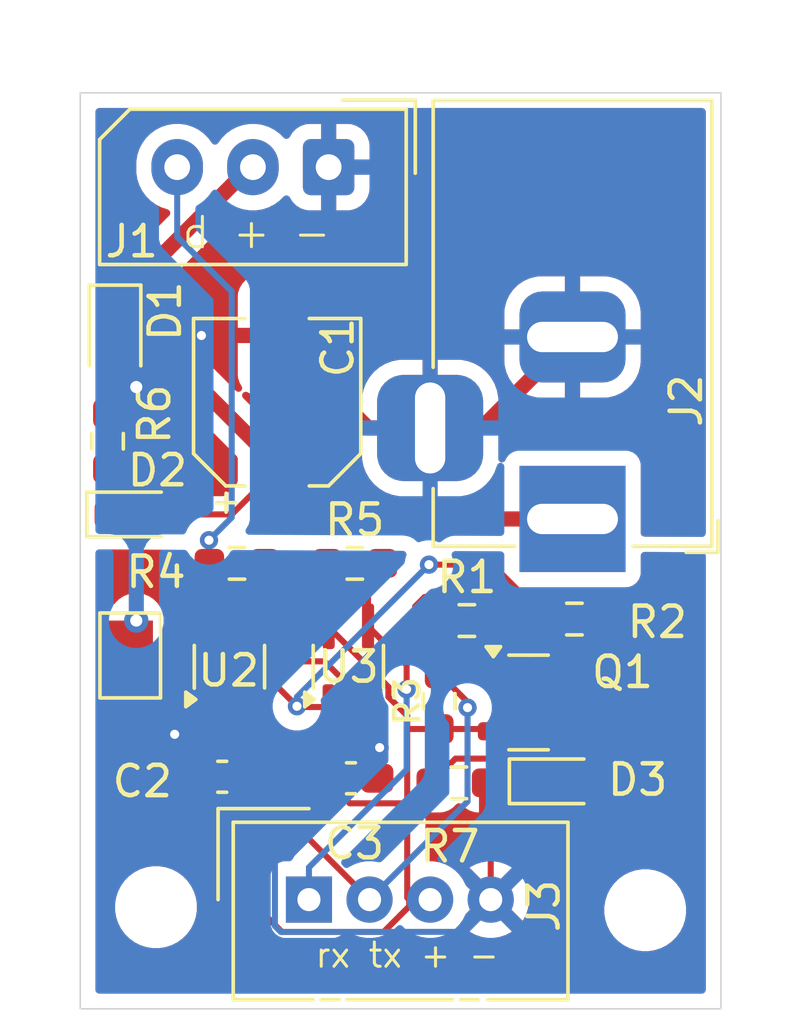
<source format=kicad_pcb>
(kicad_pcb (version 20241229) (generator "pcbnew") (generator_version "9.0")
  (layers (0 "F.Cu" signal) (2 "B.Cu" signal) (13 "F.Paste" user) (15 "B.Paste" user) (5 "F.SilkS" user "F.Silkscreen") (7 "B.SilkS" user "B.Silkscreen") (1 "F.Mask" user) (3 "B.Mask" user) (25 "Edge.Cuts" user))
  (net 0 "")
  (net 1 "/Vin")
  (net 2 "GND")
  (net 3 "+3.3V")
  (net 4 "Net-(D2-K)")
  (net 5 "Net-(D3-K)")
  (net 6 "/DATA")
  (net 7 "/RX")
  (net 8 "/TX")
  (net 9 "Net-(Q1-B)")
  (net 10 "/TXen")
  (net 11 "GND1")
  (footprint "Package_TO_SOT_SMD:SOT-23" (layer "F.Cu") (at 11.4 13.8)
    (property "Reference" "Q1" (at 3.1 -1 0) (layer "F.SilkS"))
    (property "Value" "MMBT3906")
    (fp_line (start 0 -1.56) (end -0.65 -1.56) (stroke (width 0.12)) (layer "F.SilkS"))
    (fp_line (start 0 -1.56) (end 0.65 -1.56) (stroke (width 0.12)) (layer "F.SilkS"))
    (fp_line (start 0 1.56) (end -0.65 1.56) (stroke (width 0.12)) (layer "F.SilkS"))
    (fp_line (start 0 1.56) (end 0.65 1.56) (stroke (width 0.12)) (layer "F.SilkS"))
    (fp_poly (pts (xy -1.1625 -1.51) (xy -1.4025 -1.84) (xy -0.9225 -1.84)) (stroke (width 0.12)) (fill yes) (layer "F.SilkS"))
    (pad "1" smd roundrect (at -0.9375 -0.95) (size 1.475 0.6) (layers "F.Cu" "F.Mask" "F.Paste") (net 9 "Net-(Q1-B)"))
    (pad "2" smd roundrect (at -0.9375 0.95) (size 1.475 0.6) (layers "F.Cu" "F.Mask" "F.Paste") (net 3 "+3.3V"))
    (pad "3" smd roundrect (at 0.9375 0) (size 1.475 0.6) (layers "F.Cu" "F.Mask" "F.Paste") (net 10 "/TXen"))
  )
  (footprint "Package_TO_SOT_SMD:SOT-353_SC-70-5_Handsoldering" (layer "F.Cu") (at 5.45 12.62 90)
    (property "Reference" "U3" (at -0.005 0 180) (layer "F.SilkS"))
    (property "Value" "SN74LVC1G125DCK")
    (fp_line (start -0.71 -1.16) (end 0.7 -1.16) (stroke (width 0.12)) (layer "F.SilkS"))
    (fp_line (start -0.7 1.16) (end 0.7 1.16) (stroke (width 0.12)) (layer "F.SilkS"))
    (fp_poly (pts (xy -1.08 -1.11) (xy -1.32 -1.44) (xy -0.84 -1.44) (xy -1.08 -1.11)) (stroke (width 0.12)) (fill yes) (layer "F.SilkS"))
    (pad "1" smd roundrect (at -1.33 -0.65 90) (size 1.5 0.4) (layers "F.Cu" "F.Mask" "F.Paste") (net 10 "/TXen"))
    (pad "2" smd roundrect (at -1.33 0 90) (size 1.5 0.4) (layers "F.Cu" "F.Mask" "F.Paste") (net 6 "/DATA"))
    (pad "3" smd roundrect (at -1.33 0.65 90) (size 1.5 0.4) (layers "F.Cu" "F.Mask" "F.Paste") (net 2 "GND"))
    (pad "4" smd roundrect (at 1.33 0.65 90) (size 1.5 0.4) (layers "F.Cu" "F.Mask" "F.Paste") (net 7 "/RX"))
    (pad "5" smd roundrect (at 1.33 -0.65 90) (size 1.5 0.4) (layers "F.Cu" "F.Mask" "F.Paste") (net 3 "+3.3V"))
  )
  (footprint "MountingHole:MountingHole_2.2mm_M2_DIN965" (layer "F.Cu") (at 15.25 20.65)
    (property "Reference" "H2" (hide yes))
    (property "Value" "MountingHole")
    (pad "" np_thru_hole circle (at 0 0) (size 2.2 2.2) (drill 2.2) (layers "*.Cu" "*.Mask"))
  )
  (footprint "Jumper:SolderJumper-2_P1.3mm_Bridged_Pad1.0x1.5mm" (layer "F.Cu") (at -1.75 12.25 90)
    (property "Reference" "JP1" (hide yes))
    (property "Value" "Jumper_2_Bridged")
    (fp_poly (pts (xy -0.25 -0.3) (xy 0.25 -0.3) (xy 0.25 0.3) (xy -0.25 0.3)) (fill yes) (layer "F.Cu"))
    (fp_line (start 1.4 -1) (end 1.4 1) (stroke (width 0.12)) (layer "F.SilkS"))
    (fp_line (start -1.4 -1) (end 1.4 -1) (stroke (width 0.12)) (layer "F.SilkS"))
    (fp_line (start 1.4 1) (end -1.4 1) (stroke (width 0.12)) (layer "F.SilkS"))
    (fp_line (start -1.4 1) (end -1.4 -1) (stroke (width 0.12)) (layer "F.SilkS"))
    (pad "1" smd rect (at -0.65 0 90) (size 1 1.5) (layers "F.Cu" "F.Mask") (net 2 "GND"))
    (pad "2" smd rect (at 0.65 0 90) (size 1 1.5) (layers "F.Cu" "F.Mask") (net 11 "GND1"))
  )
  (footprint "Capacitor_SMD:C_0603_1608Metric_Pad1.08x0.95mm_HandSolder" (layer "F.Cu") (at 5.5375 16.3)
    (property "Reference" "C3" (at 0.1125 2.15 0) (layer "F.SilkS"))
    (property "Value" "100n")
    (fp_line (start -0.146267 -0.51) (end 0.146267 -0.51) (stroke (width 0.12)) (layer "F.SilkS"))
    (fp_line (start -0.146267 0.51) (end 0.146267 0.51) (stroke (width 0.12)) (layer "F.SilkS"))
    (pad "1" smd roundrect (at -0.8625 0) (size 1.075 0.95) (layers "F.Cu" "F.Mask" "F.Paste") (net 3 "+3.3V"))
    (pad "2" smd roundrect (at 0.8625 0) (size 1.075 0.95) (layers "F.Cu" "F.Mask" "F.Paste") (net 2 "GND"))
  )
  (footprint "MountingHole:MountingHole_2.2mm_M2_DIN965" (layer "F.Cu") (at -0.9 20.55)
    (property "Reference" "H1" (hide yes))
    (property "Value" "MountingHole")
    (pad "" np_thru_hole circle (at 0 0) (size 2.2 2.2) (drill 2.2) (layers "*.Cu" "*.Mask"))
  )
  (footprint "Capacitor_SMD:C_0603_1608Metric_Pad1.08x0.95mm_HandSolder" (layer "F.Cu") (at 1.2875 16.25)
    (property "Reference" "C2" (at -2.6375 0.15 0) (layer "F.SilkS"))
    (property "Value" "100n")
    (fp_line (start -0.146267 -0.51) (end 0.146267 -0.51) (stroke (width 0.12)) (layer "F.SilkS"))
    (fp_line (start -0.146267 0.51) (end 0.146267 0.51) (stroke (width 0.12)) (layer "F.SilkS"))
    (pad "1" smd roundrect (at -0.8625 0) (size 1.075 0.95) (layers "F.Cu" "F.Mask" "F.Paste") (net 3 "+3.3V"))
    (pad "2" smd roundrect (at 0.8625 0) (size 1.075 0.95) (layers "F.Cu" "F.Mask" "F.Paste") (net 2 "GND"))
  )
  (footprint "Resistor_SMD:R_0603_1608Metric_Pad0.98x0.95mm_HandSolder" (layer "F.Cu") (at 9.3625 11.1)
    (property "Reference" "R1" (at 0 -1.43 0) (layer "F.SilkS"))
    (property "Value" "10k")
    (fp_line (start -0.254724 -0.5225) (end 0.254724 -0.5225) (stroke (width 0.12)) (layer "F.SilkS"))
    (fp_line (start -0.254724 0.5225) (end 0.254724 0.5225) (stroke (width 0.12)) (layer "F.SilkS"))
    (pad "1" smd roundrect (at -0.9125 0) (size 0.975 0.95) (layers "F.Cu" "F.Mask" "F.Paste") (net 9 "Net-(Q1-B)"))
    (pad "2" smd roundrect (at 0.9125 0) (size 0.975 0.95) (layers "F.Cu" "F.Mask" "F.Paste") (net 8 "/TX"))
  )
  (footprint "LED_SMD:LED_0603_1608Metric_Pad1.05x0.95mm_HandSolder" (layer "F.Cu") (at -1.525 7.6)
    (property "Reference" "D2" (at 0.675 -1.45 0) (layer "F.SilkS"))
    (property "Value" "LED")
    (fp_line (start -1.66 -0.735) (end -1.66 0.735) (stroke (width 0.12)) (layer "F.SilkS"))
    (fp_line (start -1.66 0.735) (end 0.8 0.735) (stroke (width 0.12)) (layer "F.SilkS"))
    (fp_line (start 0.8 -0.735) (end -1.66 -0.735) (stroke (width 0.12)) (layer "F.SilkS"))
    (pad "1" smd roundrect (at -0.875 0) (size 1.05 0.95) (layers "F.Cu" "F.Mask" "F.Paste") (net 4 "Net-(D2-K)"))
    (pad "2" smd roundrect (at 0.875 0) (size 1.05 0.95) (layers "F.Cu" "F.Mask" "F.Paste") (net 1 "/Vin"))
  )
  (footprint "LED_SMD:LED_0603_1608Metric_Pad1.05x0.95mm_HandSolder" (layer "F.Cu") (at 12.425 16.4)
    (property "Reference" "D3" (at 2.575 -0.05 0) (layer "F.SilkS"))
    (property "Value" "LED")
    (fp_line (start -1.66 -0.735) (end -1.66 0.735) (stroke (width 0.12)) (layer "F.SilkS"))
    (fp_line (start -1.66 0.735) (end 0.8 0.735) (stroke (width 0.12)) (layer "F.SilkS"))
    (fp_line (start 0.8 -0.735) (end -1.66 -0.735) (stroke (width 0.12)) (layer "F.SilkS"))
    (pad "1" smd roundrect (at -0.875 0) (size 1.05 0.95) (layers "F.Cu" "F.Mask" "F.Paste") (net 5 "Net-(D3-K)"))
    (pad "2" smd roundrect (at 0.875 0) (size 1.05 0.95) (layers "F.Cu" "F.Mask" "F.Paste") (net 3 "+3.3V"))
  )
  (footprint "Connector_BarrelJack:BarrelJack_Horizontal" (layer "F.Cu") (at 12.85 7.75 -90)
    (property "Reference" "J2" (at -3.9 -3.75 90) (layer "F.SilkS"))
    (property "Value" "Barrel_Jack_Switch_Pin3Ring")
    (fp_line (start -13.8 4.6) (end -13.8 -4.6) (stroke (width 0.12)) (layer "F.SilkS"))
    (fp_line (start -5 4.6) (end -13.8 4.6) (stroke (width 0.12)) (layer "F.SilkS"))
    (fp_line (start 0.9 4.6) (end -1 4.6) (stroke (width 0.12)) (layer "F.SilkS"))
    (fp_line (start 0.9 1.9) (end 0.9 4.6) (stroke (width 0.12)) (layer "F.SilkS"))
    (fp_line (start 1.1 -3.75) (end 1.1 -4.8) (stroke (width 0.12)) (layer "F.SilkS"))
    (fp_line (start -13.8 -4.6) (end 0.9 -4.6) (stroke (width 0.12)) (layer "F.SilkS"))
    (fp_line (start 0.9 -4.6) (end 0.9 -2) (stroke (width 0.12)) (layer "F.SilkS"))
    (fp_line (start 0.05 -4.8) (end 1.1 -4.8) (stroke (width 0.12)) (layer "F.SilkS"))
    (pad "1" thru_hole rect (at 0 0 270) (size 3.5 3.5) (drill oval 1 3) (layers "*.Cu" "*.Mask") (net 1 "/Vin"))
    (pad "2" thru_hole roundrect (at -6 0 270) (size 3 3.5) (drill oval 1 3) (layers "*.Cu" "*.Mask") (net 11 "GND1"))
    (pad "3" thru_hole roundrect (at -3 4.7 270) (size 3.5 3.5) (drill oval 3 1) (layers "*.Cu" "*.Mask") (net 11 "GND1"))
  )
  (footprint "Resistor_SMD:R_0603_1608Metric_Pad0.98x0.95mm_HandSolder" (layer "F.Cu") (at 5.6625 9.2125)
    (property "Reference" "R5" (at 0 -1.43 0) (layer "F.SilkS"))
    (property "Value" "10k")
    (fp_line (start -0.254724 -0.5225) (end 0.254724 -0.5225) (stroke (width 0.12)) (layer "F.SilkS"))
    (fp_line (start -0.254724 0.5225) (end 0.254724 0.5225) (stroke (width 0.12)) (layer "F.SilkS"))
    (pad "1" smd roundrect (at -0.9125 0) (size 0.975 0.95) (layers "F.Cu" "F.Mask" "F.Paste") (net 3 "+3.3V"))
    (pad "2" smd roundrect (at 0.9125 0) (size 0.975 0.95) (layers "F.Cu" "F.Mask" "F.Paste") (net 7 "/RX"))
  )
  (footprint "Connector_Molex:Molex_SPOX_5267-03A_1x03_P2.50mm_Vertical" (layer "F.Cu") (at 4.8 -3.85 180)
    (property "Reference" "J1" (at 6.5 -2.45 0) (layer "F.SilkS"))
    (property "Value" "servo")
    (fp_line (start 7.56 0.91) (end 7.56 -3.21) (stroke (width 0.12)) (layer "F.SilkS"))
    (fp_line (start 7.56 -3.21) (end -2.56 -3.21) (stroke (width 0.12)) (layer "F.SilkS"))
    (fp_line (start 6.56 1.91) (end 7.56 0.91) (stroke (width 0.12)) (layer "F.SilkS"))
    (fp_line (start -2.56 1.91) (end 6.56 1.91) (stroke (width 0.12)) (layer "F.SilkS"))
    (fp_line (start -2.56 -3.21) (end -2.56 1.91) (stroke (width 0.12)) (layer "F.SilkS"))
    (fp_line (start -2.86 2.21) (end -0.45 2.21) (stroke (width 0.12)) (layer "F.SilkS"))
    (fp_line (start -2.86 -0.2) (end -2.86 2.21) (stroke (width 0.12)) (layer "F.SilkS"))
    (pad "1" thru_hole roundrect (at 0 0 180) (size 1.7 1.85) (drill 0.85) (layers "*.Cu" "*.Mask") (roundrect_rratio 0.147059) (net 11 "GND1"))
    (pad "2" thru_hole oval (at 2.5 0 180) (size 1.7 1.85) (drill 0.85) (layers "*.Cu" "*.Mask") (net 1 "/Vin"))
    (pad "3" thru_hole oval (at 5 0 180) (size 1.7 1.85) (drill 0.85) (layers "*.Cu" "*.Mask") (net 6 "/DATA"))
  )
  (footprint "Diode_SMD:D_SOD-323" (layer "F.Cu") (at -2.25 1.65 -90)
    (property "Reference" "D1" (at -0.75 -1.65 90) (layer "F.SilkS"))
    (property "Value" "1N5819WS")
    (fp_line (start -1.61 0.85) (end 1.05 0.85) (stroke (width 0.12)) (layer "F.SilkS"))
    (fp_line (start -1.61 -0.85) (end -1.61 0.85) (stroke (width 0.12)) (layer "F.SilkS"))
    (fp_line (start -1.61 -0.85) (end 1.05 -0.85) (stroke (width 0.12)) (layer "F.SilkS"))
    (pad "1" smd roundrect (at -1.05 0 270) (size 0.6 0.45) (layers "F.Cu" "F.Mask" "F.Paste") (net 1 "/Vin"))
    (pad "2" smd roundrect (at 1.05 0 270) (size 0.6 0.45) (layers "F.Cu" "F.Mask" "F.Paste") (net 11 "GND1"))
  )
  (footprint "Capacitor_SMD:CP_Elec_5x4.4" (layer "F.Cu") (at 3.1 3.9 90)
    (property "Reference" "C1" (at 1.8 2 90) (layer "F.SilkS"))
    (property "Value" "10uF")
    (fp_line (start 2.76 -2.76) (end 2.76 -1.06) (stroke (width 0.12)) (layer "F.SilkS"))
    (fp_line (start -1.695563 -2.76) (end 2.76 -2.76) (stroke (width 0.12)) (layer "F.SilkS"))
    (fp_line (start -3.3125 -1.9975) (end -3.3125 -1.3725) (stroke (width 0.12)) (layer "F.SilkS"))
    (fp_line (start -2.76 -1.695563) (end -1.695563 -2.76) (stroke (width 0.12)) (layer "F.SilkS"))
    (fp_line (start -2.76 -1.695563) (end -2.76 -1.06) (stroke (width 0.12)) (layer "F.SilkS"))
    (fp_line (start -3.625 -1.685) (end -3 -1.685) (stroke (width 0.12)) (layer "F.SilkS"))
    (fp_line (start -2.76 1.695563) (end -2.76 1.06) (stroke (width 0.12)) (layer "F.SilkS"))
    (fp_line (start -2.76 1.695563) (end -1.695563 2.76) (stroke (width 0.12)) (layer "F.SilkS"))
    (fp_line (start 2.76 2.76) (end 2.76 1.06) (stroke (width 0.12)) (layer "F.SilkS"))
    (fp_line (start -1.695563 2.76) (end 2.76 2.76) (stroke (width 0.12)) (layer "F.SilkS"))
    (pad "1" smd roundrect (at -2.2 0 90) (size 3 1.6) (layers "F.Cu" "F.Mask" "F.Paste") (roundrect_rratio 0.15625) (net 1 "/Vin"))
    (pad "2" smd roundrect (at 2.2 0 90) (size 3 1.6) (layers "F.Cu" "F.Mask" "F.Paste") (roundrect_rratio 0.15625) (net 11 "GND1"))
  )
  (footprint "Resistor_SMD:R_0603_1608Metric_Pad0.98x0.95mm_HandSolder" (layer "F.Cu") (at -2.5 5.1875 90)
    (property "Reference" "R6" (at 0.8875 1.55 90) (layer "F.SilkS"))
    (property "Value" "2k2")
    (fp_line (start -0.254724 -0.5225) (end 0.254724 -0.5225) (stroke (width 0.12)) (layer "F.SilkS"))
    (fp_line (start -0.254724 0.5225) (end 0.254724 0.5225) (stroke (width 0.12)) (layer "F.SilkS"))
    (pad "1" smd roundrect (at -0.9125 0 90) (size 0.975 0.95) (layers "F.Cu" "F.Mask" "F.Paste") (net 4 "Net-(D2-K)"))
    (pad "2" smd roundrect (at 0.9125 0 90) (size 0.975 0.95) (layers "F.Cu" "F.Mask" "F.Paste") (net 11 "GND1"))
  )
  (footprint "Resistor_SMD:R_0603_1608Metric_Pad0.98x0.95mm_HandSolder" (layer "F.Cu") (at 12.9125 11.05)
    (property "Reference" "R2" (at 2.7375 0.1 0) (layer "F.SilkS"))
    (property "Value" "20k")
    (fp_line (start -0.254724 -0.5225) (end 0.254724 -0.5225) (stroke (width 0.12)) (layer "F.SilkS"))
    (fp_line (start -0.254724 0.5225) (end 0.254724 0.5225) (stroke (width 0.12)) (layer "F.SilkS"))
    (pad "1" smd roundrect (at -0.9125 0) (size 0.975 0.95) (layers "F.Cu" "F.Mask" "F.Paste") (net 10 "/TXen"))
    (pad "2" smd roundrect (at 0.9125 0) (size 0.975 0.95) (layers "F.Cu" "F.Mask" "F.Paste") (net 2 "GND"))
  )
  (footprint "Resistor_SMD:R_0603_1608Metric_Pad0.98x0.95mm_HandSolder" (layer "F.Cu") (at 8.45 13.7625 90)
    (property "Reference" "R3" (at 0 -1.05 90) (layer "F.SilkS") (effects (font (size 0.8 0.8))))
    (property "Value" "10k")
    (fp_line (start -0.254724 -0.5225) (end 0.254724 -0.5225) (stroke (width 0.12)) (layer "F.SilkS"))
    (fp_line (start -0.254724 0.5225) (end 0.254724 0.5225) (stroke (width 0.12)) (layer "F.SilkS"))
    (pad "1" smd roundrect (at -0.9125 0 90) (size 0.975 0.95) (layers "F.Cu" "F.Mask" "F.Paste") (net 3 "+3.3V"))
    (pad "2" smd roundrect (at 0.9125 0 90) (size 0.975 0.95) (layers "F.Cu" "F.Mask" "F.Paste") (net 8 "/TX"))
  )
  (footprint "Resistor_SMD:R_0603_1608Metric_Pad0.98x0.95mm_HandSolder" (layer "F.Cu") (at 9.1 16.45)
    (property "Reference" "R7" (at -0.3 2.1 0) (layer "F.SilkS"))
    (property "Value" "330R")
    (fp_line (start -0.254724 -0.5225) (end 0.254724 -0.5225) (stroke (width 0.12)) (layer "F.SilkS"))
    (fp_line (start -0.254724 0.5225) (end 0.254724 0.5225) (stroke (width 0.12)) (layer "F.SilkS"))
    (pad "1" smd roundrect (at -0.9125 0) (size 0.975 0.95) (layers "F.Cu" "F.Mask" "F.Paste") (net 5 "Net-(D3-K)"))
    (pad "2" smd roundrect (at 0.9125 0) (size 0.975 0.95) (layers "F.Cu" "F.Mask" "F.Paste") (net 2 "GND"))
  )
  (footprint "Connector:NS-Tech_Grove_1x04_P2mm_Vertical" (layer "F.Cu") (at 4.15 20.3 90)
    (property "Reference" "J3" (at -0.2075 7.75 90) (layer "F.SilkS"))
    (property "Value" "grove")
    (fp_line (start 3 -3) (end 3 0) (stroke (width 0.12)) (layer "F.SilkS"))
    (fp_line (start 0 -3) (end 3 -3) (stroke (width 0.12)) (layer "F.SilkS"))
    (fp_line (start 2.55 -2.5) (end 2.55 8.55) (stroke (width 0.12)) (layer "F.SilkS"))
    (fp_line (start -3.3 -2.5) (end 2.55 -2.5) (stroke (width 0.12)) (layer "F.SilkS"))
    (fp_line (start -3.3 -2.5) (end -3.3 0.15) (stroke (width 0.12)) (layer "F.SilkS"))
    (fp_line (start -3.3 0.4) (end -3.3 1) (stroke (width 0.12)) (layer "F.SilkS"))
    (fp_line (start -3.3 1.25) (end -3.3 4.75) (stroke (width 0.12)) (layer "F.SilkS"))
    (fp_line (start -3.3 5) (end -3.3 5.6) (stroke (width 0.12)) (layer "F.SilkS"))
    (fp_line (start -3.3 5.9) (end -3.3 8.55) (stroke (width 0.12)) (layer "F.SilkS"))
    (fp_line (start -3.3 8.55) (end 2.55 8.55) (stroke (width 0.12)) (layer "F.SilkS"))
    (pad "1" thru_hole rect (at 0 0 90) (size 1.524 1.524) (drill 0.762) (layers "*.Cu" "*.Mask") (net 7 "/RX"))
    (pad "2" thru_hole circle (at 0 2 90) (size 1.524 1.524) (drill 0.762) (layers "*.Cu" "*.Mask") (net 8 "/TX"))
    (pad "3" thru_hole circle (at 0 4 90) (size 1.524 1.524) (drill 0.762) (layers "*.Cu" "*.Mask") (net 3 "+3.3V"))
    (pad "4" thru_hole circle (at 0 6 90) (size 1.524 1.524) (drill 0.762) (layers "*.Cu" "*.Mask") (net 2 "GND"))
  )
  (footprint "Package_TO_SOT_SMD:SOT-353_SC-70-5_Handsoldering" (layer "F.Cu") (at 1.525 12.62 90)
    (property "Reference" "U2" (at -0.13 -0.025 180) (layer "F.SilkS"))
    (property "Value" "74LVC1G126")
    (fp_line (start -0.71 -1.16) (end 0.7 -1.16) (stroke (width 0.12)) (layer "F.SilkS"))
    (fp_line (start -0.7 1.16) (end 0.7 1.16) (stroke (width 0.12)) (layer "F.SilkS"))
    (fp_poly (pts (xy -1.08 -1.11) (xy -1.32 -1.44) (xy -0.84 -1.44) (xy -1.08 -1.11)) (stroke (width 0.12)) (fill yes) (layer "F.SilkS"))
    (pad "1" smd roundrect (at -1.33 -0.65 90) (size 1.5 0.4) (layers "F.Cu" "F.Mask" "F.Paste") (net 10 "/TXen"))
    (pad "2" smd roundrect (at -1.33 0 90) (size 1.5 0.4) (layers "F.Cu" "F.Mask" "F.Paste") (net 8 "/TX"))
    (pad "3" smd roundrect (at -1.33 0.65 90) (size 1.5 0.4) (layers "F.Cu" "F.Mask" "F.Paste") (net 2 "GND"))
    (pad "4" smd roundrect (at 1.33 0.65 90) (size 1.5 0.4) (layers "F.Cu" "F.Mask" "F.Paste") (net 6 "/DATA"))
    (pad "5" smd roundrect (at 1.33 -0.65 90) (size 1.5 0.4) (layers "F.Cu" "F.Mask" "F.Paste") (net 3 "+3.3V"))
  )
  (footprint "Resistor_SMD:R_0603_1608Metric_Pad0.98x0.95mm_HandSolder" (layer "F.Cu") (at 1.775 9.2125 180)
    (property "Reference" "R4" (at 2.675 -0.2875 0) (layer "F.SilkS"))
    (property "Value" "10k")
    (fp_line (start -0.254724 0.5225) (end 0.254724 0.5225) (stroke (width 0.12)) (layer "F.SilkS"))
    (fp_line (start -0.254724 -0.5225) (end 0.254724 -0.5225) (stroke (width 0.12)) (layer "F.SilkS"))
    (pad "1" smd roundrect (at -0.9125 0 180) (size 0.975 0.95) (layers "F.Cu" "F.Mask" "F.Paste") (net 3 "+3.3V"))
    (pad "2" smd roundrect (at 0.9125 0 180) (size 0.975 0.95) (layers "F.Cu" "F.Mask" "F.Paste") (net 6 "/DATA"))
  )
  (gr_rect (start -3.4 -6.3) (end 17.75 23.9) (stroke (width 0.05)) (fill no) (layer "Edge.Cuts"))
  (gr_text "d + -" (at -0.1 -1.1 0) (layer "F.SilkS") (effects (font (size 1 1) (thickness 0.1)) (justify left bottom)))
  (gr_text "rx tx + - " (at 4.3 22.6 0) (layer "F.SilkS") (effects (font (size 0.8 0.8) (thickness 0.1)) (justify left bottom)))
  (segment (start 2.3 -3.85) (end 2.2 -3.85) (width 0.5) (layer "F.Cu") (net 1))
  (segment (start 4.75 7.75) (end 3.1 6.1) (width 0.5) (layer "F.Cu") (net 1))
  (segment (start -2.25 0.75) (end -2.25 0.6) (width 0.5) (layer "F.Cu") (net 1))
  (segment (start 3.1 5.95) (end -2.25 0.6) (width 0.5) (layer "F.Cu") (net 1))
  (segment (start 12.85 7.75) (end 4.75 7.75) (width 0.5) (layer "F.Cu") (net 1))
  (segment (start 3.1 6.1) (end 3.1 5.95) (width 0.5) (layer "F.Cu") (net 1))
  (segment (start 2.2 -3.85) (end -2.25 0.6) (width 0.5) (layer "F.Cu") (net 1))
  (segment (start 1.6 7.6) (end 3.1 6.1) (width 0.2) (layer "F.Cu") (net 1))
  (segment (start -0.65 7.6) (end 1.6 7.6) (width 0.2) (layer "F.Cu") (net 1))
  (segment (start -2.15 0.6) (end -2.25 0.6) (width 0.2) (layer "F.Cu") (net 1))
  (segment (start -1.2166 13.917) (end -0.2835 14.8501) (width 0.2) (layer "F.Cu") (net 2))
  (segment (start 10.0125 16.45) (end 10.0125 17.0989) (width 0.2) (layer "F.Cu") (net 2))
  (segment (start 10.15 17.2364) (end 10.15 20.3) (width 0.2) (layer "F.Cu") (net 2))
  (segment (start 2.175 15.0081) (end 2.175 16.225) (width 0.2) (layer "F.Cu") (net 2))
  (segment (start -0.2835 14.8501) (end -1.2166 13.917) (width 0.2) (layer "F.Cu") (net 2))
  (segment (start 6.5668 15.2046) (end 6.4834 15.288) (width 0.2) (layer "F.Cu") (net 2))
  (segment (start -1.75 12.9) (end -1.75 13.7017) (width 0.2) (layer "F.Cu") (net 2))
  (segment (start 10.0125 17.0989) (end 10.15 17.2364) (width 0.2) (layer "F.Cu") (net 2))
  (segment (start 6.1 14.6702) (end 5.8994 14.8708) (width 0.2) (layer "F.Cu") (net 2))
  (segment (start 10.15 17.2364) (end 13.7976 17.2364) (width 0.2) (layer "F.Cu") (net 2))
  (segment (start 5.8994 14.8708) (end 5.7621 15.0081) (width 0.2) (layer "F.Cu") (net 2))
  (segment (start 5.7621 15.0081) (end 2.175 15.0081) (width 0.2) (layer "F.Cu") (net 2))
  (segment (start 2.175 16.225) (end 2.15 16.25) (width 0.2) (layer "F.Cu") (net 2))
  (segment (start -1.75 13.7017) (end -1.4319 13.7017) (width 0.2) (layer "F.Cu") (net 2))
  (segment (start -1.4319 13.7017) (end -0.2835 14.8501) (width 0.2) (layer "F.Cu") (net 2))
  (segment (start 14.1645 16.8695) (end 14.1645 11.3895) (width 0.2) (layer "F.Cu") (net 2))
  (segment (start 6.1 13.95) (end 6.1 14.6702) (width 0.2) (layer "F.Cu") (net 2))
  (segment (start 2.175 15.0081) (end 2.175 13.95) (width 0.2) (layer "F.Cu") (net 2))
  (segment (start 5.8994 14.8708) (end 6.4 15.3714) (width 0.2) (layer "F.Cu") (net 2))
  (segment (start 6.5668 15.2046) (end 6.4 15.3714) (width 0.2) (layer "F.Cu") (net 2))
  (segment (start 13.7976 17.2364) (end 14.1645 16.8695) (width 0.2) (layer "F.Cu") (net 2))
  (segment (start 6.4 15.3714) (end 6.4 16.3) (width 0.2) (layer "F.Cu") (net 2))
  (segment (start 14.1645 11.3895) (end 13.825 11.05) (width 0.2) (layer "F.Cu") (net 2))
  (via (at 6.4834 15.288) (size 0.6) (drill 0.3) (layers "F.Cu" "B.Cu") (net 2))
  (via (at -0.2835 14.8501) (size 0.6) (drill 0.3) (layers "F.Cu" "B.Cu") (net 2))
  (segment (start 3.3189 18.4525) (end 6.4834 15.288) (width 0.2) (layer "B.Cu") (net 2))
  (segment (start 3.0272 18.7442) (end 3.3189 18.4525) (width 0.2) (layer "B.Cu") (net 2))
  (segment (start 3.0272 21.173) (end 3.0272 18.7442) (width 0.2) (layer "B.Cu") (net 2))
  (segment (start 3.2179 21.3637) (end 3.0272 21.173) (width 0.2) (layer "B.Cu") (net 2))
  (segment (start 6.5668 15.2046) (end 6.4834 15.288) (width 0.2) (layer "B.Cu") (net 2))
  (segment (start 9.0863 21.3637) (end 3.2179 21.3637) (width 0.2) (layer "B.Cu") (net 2))
  (segment (start 10.15 20.3) (end 9.0863 21.3637) (width 0.2) (layer "B.Cu") (net 2))
  (segment (start -0.2835 14.8501) (end 3.3189 18.4525) (width 0.2) (layer "B.Cu") (net 2))
  (segment (start 6.5668 15.2046) (end 6.4834 15.288) (width 0.2) (layer "B.Cu") (net 2))
  (segment (start -0.2835 14.8501) (end -1.2166 13.917) (width 0.2) (layer "B.Cu") (net 2))
  (segment (start -1.2166 13.917) (end -0.2835 14.8501) (width 0.2) (layer "B.Cu") (net 2))
  (segment (start 10.3875 14.675) (end 10.4625 14.75) (width 0.2) (layer "F.Cu") (net 3))
  (segment (start 0.3642 16.1892) (end 0.425 16.25) (width 0.2) (layer "F.Cu") (net 3))
  (segment (start 4.675 16.3) (end 5.501 17.126) (width 0.2) (layer "F.Cu") (net 3))
  (segment (start 0.3642 11.8008) (end 0.3642 16.1892) (width 0.2) (layer "F.Cu") (net 3))
  (segment (start 7.3938 20.2345) (end 7.4593 20.3) (width 0.2) (layer "F.Cu") (net 3))
  (segment (start 6.6171 21.3637) (end 3.2563 21.3637) (width 0.2) (layer "F.Cu") (net 3))
  (segment (start 7.3937 14.2367) (end 7.3938 14.2367) (width 0.2) (layer "F.Cu") (net 3))
  (segment (start 7.4593 20.5215) (end 6.6171 21.3637) (width 0.2) (layer "F.Cu") (net 3))
  (segment (start 7.3938 17.126) (end 7.3938 14.675) (width 0.2) (layer "F.Cu") (net 3))
  (segment (start 7.4593 20.3) (end 7.4593 20.5215) (width 0.2) (layer "F.Cu") (net 3))
  (segment (start 6.7726 13.2876) (end 6.7726 13.6156) (width 0.2) (layer "F.Cu") (net 3))
  (segment (start 11.65 14.75) (end 10.4625 14.75) (width 0.2) (layer "F.Cu") (net 3))
  (segment (start 4.75 11.24) (end 4.75 9.2125) (width 0.2) (layer "F.Cu") (net 3))
  (segment (start 6.7726 13.6156) (end 7.3937 14.2367) (width 0.2) (layer "F.Cu") (net 3))
  (segment (start 7.3938 14.675) (end 8.45 14.675) (width 0.2) (layer "F.Cu") (net 3))
  (segment (start 7.3938 17.126) (end 7.3938 20.2345) (width 0.2) (layer "F.Cu") (net 3))
  (segment (start 4.75 9.2125) (end 2.6875 9.2125) (width 0.2) (layer "F.Cu") (net 3))
  (segment (start 8.45 14.675) (end 10.3875 14.675) (width 0.2) (layer "F.Cu") (net 3))
  (segment (start 0.875 11.29) (end 0.3642 11.8008) (width 0.2) (layer "F.Cu") (net 3))
  (segment (start 13.3 16.4) (end 11.65 14.75) (width 0.2) (layer "F.Cu") (net 3))
  (segment (start 5.501 17.126) (end 7.3938 17.126) (width 0.2) (layer "F.Cu") (net 3))
  (segment (start 3.2563 21.3637) (end 0.425 18.5324) (width 0.2) (layer "F.Cu") (net 3))
  (segment (start 0.425 18.5324) (end 0.425 16.25) (width 0.2) (layer "F.Cu") (net 3))
  (segment (start 7.3938 14.2367) (end 7.3938 14.675) (width 0.2) (layer "F.Cu") (net 3))
  (segment (start 8.15 20.3) (end 7.4593 20.3) (width 0.2) (layer "F.Cu") (net 3))
  (segment (start 4.8 11.29) (end 4.75 11.24) (width 0.2) (layer "F.Cu") (net 3))
  (segment (start 4.8 11.315) (end 6.7726 13.2876) (width 0.2) (layer "F.Cu") (net 3))
  (segment (start 4.8 11.29) (end 4.8 11.315) (width 0.2) (layer "F.Cu") (net 3))
  (segment (start -2.5 7.5) (end -2.4 7.6) (width 0.2) (layer "F.Cu") (net 4))
  (segment (start -2.5 6.1) (end -2.5 7.5) (width 0.2) (layer "F.Cu") (net 4))
  (segment (start 8.9859 15.6516) (end 10.8016 15.6516) (width 0.2) (layer "F.Cu") (net 5))
  (segment (start 10.8016 15.6516) (end 11.55 16.4) (width 0.2) (layer "F.Cu") (net 5))
  (segment (start 8.1875 16.45) (end 8.9859 15.6516) (width 0.2) (layer "F.Cu") (net 5))
  (segment (start 4.664 12.4445) (end 3.3295 12.4445) (width 0.2) (layer "F.Cu") (net 6))
  (segment (start 3.3295 12.4445) (end 2.175 11.29) (width 0.2) (layer "F.Cu") (net 6))
  (segment (start 0.85 9.2) (end 0.8625 9.2125) (width 0.2) (layer "F.Cu") (net 6))
  (segment (start 0.85 8.45) (end 0.85 9.2) (width 0.2) (layer "F.Cu") (net 6))
  (segment (start 5.45 13.95) (end 5.45 13.2305) (width 0.2) (layer "F.Cu") (net 6))
  (segment (start 2.175 11.29) (end 2.175 10.525) (width 0.2) (layer "F.Cu") (net 6))
  (segment (start 5.45 13.2305) (end 4.664 12.4445) (width 0.2) (layer "F.Cu") (net 6))
  (segment (start 2.175 10.525) (end 0.8625 9.2125) (width 0.2) (layer "F.Cu") (net 6))
  (via (at 0.85 8.45) (size 0.6) (drill 0.3) (layers "F.Cu" "B.Cu") (net 6))
  (segment (start 1.6 0.25) (end 1.6 7.7) (width 0.2) (layer "B.Cu") (net 6))
  (segment (start -0.2 -3.85) (end -0.2 -1.55) (width 0.2) (layer "B.Cu") (net 6))
  (segment (start 1.6 7.7) (end 0.85 8.45) (width 0.2) (layer "B.Cu") (net 6))
  (segment (start -0.2 -1.55) (end 1.6 0.25) (width 0.2) (layer "B.Cu") (net 6))
  (segment (start 7.3743 13.3665) (end 7.3743 12.5643) (width 0.2) (layer "F.Cu") (net 7))
  (segment (start 7.3743 12.5643) (end 6.1 11.29) (width 0.2) (layer "F.Cu") (net 7))
  (segment (start 6.1 9.6875) (end 6.1 11.29) (width 0.2) (layer "F.Cu") (net 7))
  (segment (start 6.575 9.2125) (end 6.1 9.6875) (width 0.2) (layer "F.Cu") (net 7))
  (via (at 7.3743 13.3665) (size 0.6) (drill 0.3) (layers "F.Cu" "B.Cu") (net 7))
  (segment (start 4.15 20.3) (end 4.15 19.2363) (width 0.2) (layer "B.Cu") (net 7))
  (segment (start 4.15 19.2363) (end 7.3743 16.012) (width 0.2) (layer "B.Cu") (net 7))
  (segment (start 7.3743 16.012) (end 7.3743 13.3665) (width 0.2) (layer "B.Cu") (net 7))
  (segment (start 6.15 20.3) (end 2.9064 17.0564) (width 0.2) (layer "F.Cu") (net 8))
  (segment (start 7.6558 12.0558) (end 8.45 12.85) (width 0.2) (layer "F.Cu") (net 8))
  (segment (start 9.4968 10.3218) (end 7.9688 10.3218) (width 0.2) (layer "F.Cu") (net 8))
  (segment (start 7.6558 10.6348) (end 7.6558 12.0558) (width 0.2) (layer "F.Cu") (net 8))
  (segment (start 1.2875 16.7533) (end 1.2875 15.562) (width 0.2) (layer "F.Cu") (net 8))
  (segment (start 9.385 13.9701) (end 9.385 14.0459) (width 0.2) (layer "F.Cu") (net 8))
  (segment (start 1.2875 15.562) (end 1.525 15.3245) (width 0.2) (layer "F.Cu") (net 8))
  (segment (start 9.385 13.785) (end 8.45 12.85) (width 0.2) (layer "F.Cu") (net 8))
  (segment (start 7.9688 10.3218) (end 7.6558 10.6348) (width 0.2) (layer "F.Cu") (net 8))
  (segment (start 2.9064 17.0564) (end 1.5906 17.0564) (width 0.2) (layer "F.Cu") (net 8))
  (segment (start 10.275 11.1) (end 9.4968 10.3218) (width 0.2) (layer "F.Cu") (net 8))
  (segment (start 9.385 13.9701) (end 9.385 13.785) (width 0.2) (layer "F.Cu") (net 8))
  (segment (start 1.525 15.3245) (end 1.525 13.95) (width 0.2) (layer "F.Cu") (net 8))
  (segment (start 1.5906 17.0564) (end 1.2875 16.7533) (width 0.2) (layer "F.Cu") (net 8))
  (segment (start 9.385 14.0459) (end 9.385 13.9701) (width 0.2) (layer "F.Cu") (net 8))
  (via (at 9.385 13.9701) (size 0.6) (drill 0.3) (layers "F.Cu" "B.Cu") (net 8))
  (segment (start 9.385 17.065) (end 9.385 13.9701) (width 0.2) (layer "B.Cu") (net 8))
  (segment (start 9.385 13.9701) (end 9.385 14.0459) (width 0.2) (layer "B.Cu") (net 8))
  (segment (start 6.15 20.3) (end 9.385 17.065) (width 0.2) (layer "B.Cu") (net 8))
  (segment (start 9.385 14.0459) (end 9.385 13.9701) (width 0.2) (layer "B.Cu") (net 8))
  (segment (start 10.2 12.85) (end 8.45 11.1) (width 0.2) (layer "F.Cu") (net 9))
  (segment (start 10.4625 12.85) (end 10.2 12.85) (width 0.2) (layer "F.Cu") (net 9))
  (segment (start 2.7018 12.8728) (end 3.754 13.925) (width 0.2) (layer "F.Cu") (net 10))
  (segment (start 0.875 13.2187) (end 1.2209 12.8728) (width 0.2) (layer "F.Cu") (net 10))
  (segment (start 12.3375 11.3875) (end 12 11.05) (width 0.2) (layer "F.Cu") (net 10))
  (segment (start 1.2209 12.8728) (end 2.7018 12.8728) (width 0.2) (layer "F.Cu") (net 10))
  (segment (start 10.206 9.256) (end 12 11.05) (width 0.2) (layer "F.Cu") (net 10))
  (segment (start 12.3375 13.8) (end 12.3375 11.3875) (width 0.2) (layer "F.Cu") (net 10))
  (segment (start 8.1115 9.256) (end 10.206 9.256) (width 0.2) (layer "F.Cu") (net 10))
  (segment (start 3.779 13.95) (end 4.8 13.95) (width 0.2) (layer "F.Cu") (net 10))
  (segment (start 0.875 13.95) (end 0.875 13.2187) (width 0.2) (layer "F.Cu") (net 10))
  (segment (start 3.754 13.925) (end 3.779 13.95) (width 0.2) (layer "F.Cu") (net 10))
  (via (at 3.754 13.925) (size 0.6) (drill 0.3) (layers "F.Cu" "B.Cu") (net 10))
  (via (at 8.1115 9.256) (size 0.6) (drill 0.3) (layers "F.Cu" "B.Cu") (net 10))
  (segment (start 8.1115 9.256) (end 3.754 13.6135) (width 0.2) (layer "B.Cu") (net 10))
  (segment (start 3.754 13.6135) (end 3.754 13.925) (width 0.2) (layer "B.Cu") (net 10))
  (segment (start -1.55 3.4) (end -2.25 2.7) (width 0.5) (layer "F.Cu") (net 11))
  (segment (start 3.05 1.7) (end 3 1.65) (width 0.5) (layer "F.Cu") (net 11))
  (segment (start 3.1 1.7) (end 0.6 1.7) (width 0.5) (layer "F.Cu") (net 11))
  (segment (start -1.55 3.4) (end -1.625 3.4) (width 0.5) (layer "F.Cu") (net 11))
  (segment (start 8.15 4.75) (end 9.85 4.75) (width 0.5) (layer "F.Cu") (net 11))
  (segment (start -1.625 3.4) (end -2.5 4.275) (width 0.5) (layer "F.Cu") (net 11))
  (segment (start -1.55 11.4) (end -1.75 11.6) (width 0.5) (layer "F.Cu") (net 11))
  (segment (start 4.8 -3.85) (end 4.8 0) (width 0.5) (layer "F.Cu") (net 11))
  (segment (start 6.1 4.75) (end 8.15 4.75) (width 0.5) (layer "F.Cu") (net 11))
  (segment (start 9.85 4.75) (end 12.85 1.75) (width 0.5) (layer "F.Cu") (net 11))
  (segment (start -1.55 11.1) (end -1.55 11.4) (width 0.5) (layer "F.Cu") (net 11))
  (segment (start 4.8 0) (end 3.1 1.7) (width 0.5) (layer "F.Cu") (net 11))
  (segment (start 3 1.65) (end 6.1 4.75) (width 0.5) (layer "F.Cu") (net 11))
  (segment (start 3.1 1.7) (end 3.05 1.7) (width 0.5) (layer "F.Cu") (net 11))
  (via (at 0.6 1.7) (size 0.6) (drill 0.3) (layers "F.Cu" "B.Cu") (net 11))
  (via (at -1.55 3.4) (size 0.8) (drill 0.4) (layers "F.Cu" "B.Cu") (net 11))
  (via (at -1.55 11.1) (size 0.8) (drill 0.4) (layers "F.Cu" "B.Cu") (net 11))
  (segment (start 0.15 1.7) (end -1.55 3.4) (width 0.5) (layer "B.Cu") (net 11))
  (segment (start 0.6 1.7) (end 0.15 1.7) (width 0.5) (layer "B.Cu") (net 11))
  (segment (start -1.55 3.4) (end -1.55 11.1) (width 0.5) (layer "B.Cu") (net 11))
  (zone (net 11) (net_name "GND1") (layers "F.Cu" "B.Cu") (connect_pads (clearance 0.5)) (min_thickness 0.25) (fill yes (thermal_gap 0.5) (thermal_bridge_width 0.5))
    (polygon (pts (xy -3.4 -6.3) (xy 17.75 -6.3) (xy 17.75 8.85) (xy -3.4 8.75)))
  )
  (zone (net 2) (net_name "GND") (layers "F.Cu" "B.Cu") (priority 1) (connect_pads (clearance 0.5)) (min_thickness 0.25) (fill yes (thermal_gap 0.5) (thermal_bridge_width 0.5))
    (polygon (pts (xy 17.75 8.85) (xy 17.75 23.9) (xy -3.4 23.9) (xy -3.4 8.75)))
  )
)
</source>
